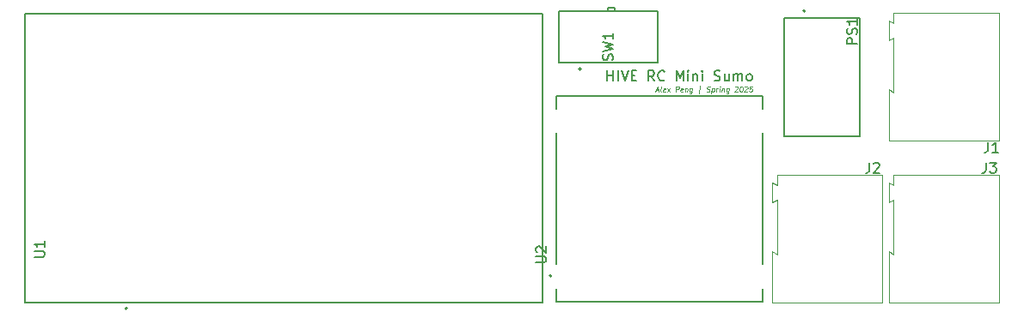
<source format=gbr>
%TF.GenerationSoftware,KiCad,Pcbnew,8.0.4*%
%TF.CreationDate,2025-01-30T16:24:52-05:00*%
%TF.ProjectId,plusle,706c7573-6c65-42e6-9b69-6361645f7063,rev?*%
%TF.SameCoordinates,Original*%
%TF.FileFunction,Legend,Top*%
%TF.FilePolarity,Positive*%
%FSLAX46Y46*%
G04 Gerber Fmt 4.6, Leading zero omitted, Abs format (unit mm)*
G04 Created by KiCad (PCBNEW 8.0.4) date 2025-01-30 16:24:52*
%MOMM*%
%LPD*%
G01*
G04 APERTURE LIST*
%ADD10C,0.100000*%
%ADD11C,0.200000*%
%ADD12C,0.150000*%
%ADD13C,0.127000*%
%ADD14C,0.120000*%
G04 APERTURE END LIST*
D10*
X125675908Y-44290752D02*
X125914003Y-44290752D01*
X125610431Y-44433609D02*
X125839598Y-43933609D01*
X125839598Y-43933609D02*
X125943765Y-44433609D01*
X126181860Y-44433609D02*
X126137217Y-44409800D01*
X126137217Y-44409800D02*
X126119360Y-44362180D01*
X126119360Y-44362180D02*
X126172931Y-43933609D01*
X126565788Y-44409800D02*
X126515193Y-44433609D01*
X126515193Y-44433609D02*
X126419955Y-44433609D01*
X126419955Y-44433609D02*
X126375312Y-44409800D01*
X126375312Y-44409800D02*
X126357455Y-44362180D01*
X126357455Y-44362180D02*
X126381265Y-44171704D01*
X126381265Y-44171704D02*
X126411026Y-44124085D01*
X126411026Y-44124085D02*
X126461622Y-44100276D01*
X126461622Y-44100276D02*
X126556860Y-44100276D01*
X126556860Y-44100276D02*
X126601503Y-44124085D01*
X126601503Y-44124085D02*
X126619360Y-44171704D01*
X126619360Y-44171704D02*
X126613407Y-44219323D01*
X126613407Y-44219323D02*
X126369360Y-44266942D01*
X126753288Y-44433609D02*
X127056859Y-44100276D01*
X126794955Y-44100276D02*
X127015193Y-44433609D01*
X127586621Y-44433609D02*
X127649121Y-43933609D01*
X127649121Y-43933609D02*
X127839597Y-43933609D01*
X127839597Y-43933609D02*
X127884240Y-43957419D01*
X127884240Y-43957419D02*
X127905073Y-43981228D01*
X127905073Y-43981228D02*
X127922930Y-44028847D01*
X127922930Y-44028847D02*
X127914002Y-44100276D01*
X127914002Y-44100276D02*
X127884240Y-44147895D01*
X127884240Y-44147895D02*
X127857454Y-44171704D01*
X127857454Y-44171704D02*
X127806859Y-44195514D01*
X127806859Y-44195514D02*
X127616383Y-44195514D01*
X128280073Y-44409800D02*
X128229478Y-44433609D01*
X128229478Y-44433609D02*
X128134240Y-44433609D01*
X128134240Y-44433609D02*
X128089597Y-44409800D01*
X128089597Y-44409800D02*
X128071740Y-44362180D01*
X128071740Y-44362180D02*
X128095550Y-44171704D01*
X128095550Y-44171704D02*
X128125311Y-44124085D01*
X128125311Y-44124085D02*
X128175907Y-44100276D01*
X128175907Y-44100276D02*
X128271145Y-44100276D01*
X128271145Y-44100276D02*
X128315788Y-44124085D01*
X128315788Y-44124085D02*
X128333645Y-44171704D01*
X128333645Y-44171704D02*
X128327692Y-44219323D01*
X128327692Y-44219323D02*
X128083645Y-44266942D01*
X128556859Y-44100276D02*
X128515192Y-44433609D01*
X128550906Y-44147895D02*
X128577692Y-44124085D01*
X128577692Y-44124085D02*
X128628287Y-44100276D01*
X128628287Y-44100276D02*
X128699716Y-44100276D01*
X128699716Y-44100276D02*
X128744359Y-44124085D01*
X128744359Y-44124085D02*
X128762216Y-44171704D01*
X128762216Y-44171704D02*
X128729478Y-44433609D01*
X129223525Y-44100276D02*
X129172930Y-44505038D01*
X129172930Y-44505038D02*
X129143168Y-44552657D01*
X129143168Y-44552657D02*
X129116382Y-44576466D01*
X129116382Y-44576466D02*
X129065787Y-44600276D01*
X129065787Y-44600276D02*
X128994359Y-44600276D01*
X128994359Y-44600276D02*
X128949716Y-44576466D01*
X129184835Y-44409800D02*
X129134240Y-44433609D01*
X129134240Y-44433609D02*
X129039002Y-44433609D01*
X129039002Y-44433609D02*
X128994359Y-44409800D01*
X128994359Y-44409800D02*
X128973525Y-44385990D01*
X128973525Y-44385990D02*
X128955668Y-44338371D01*
X128955668Y-44338371D02*
X128973525Y-44195514D01*
X128973525Y-44195514D02*
X129003287Y-44147895D01*
X129003287Y-44147895D02*
X129030073Y-44124085D01*
X129030073Y-44124085D02*
X129080668Y-44100276D01*
X129080668Y-44100276D02*
X129175906Y-44100276D01*
X129175906Y-44100276D02*
X129220549Y-44124085D01*
X129899120Y-44600276D02*
X129988406Y-43885990D01*
X130637215Y-44409800D02*
X130705667Y-44433609D01*
X130705667Y-44433609D02*
X130824715Y-44433609D01*
X130824715Y-44433609D02*
X130875310Y-44409800D01*
X130875310Y-44409800D02*
X130902096Y-44385990D01*
X130902096Y-44385990D02*
X130931857Y-44338371D01*
X130931857Y-44338371D02*
X130937810Y-44290752D01*
X130937810Y-44290752D02*
X130919953Y-44243133D01*
X130919953Y-44243133D02*
X130899119Y-44219323D01*
X130899119Y-44219323D02*
X130854477Y-44195514D01*
X130854477Y-44195514D02*
X130762215Y-44171704D01*
X130762215Y-44171704D02*
X130717572Y-44147895D01*
X130717572Y-44147895D02*
X130696738Y-44124085D01*
X130696738Y-44124085D02*
X130678881Y-44076466D01*
X130678881Y-44076466D02*
X130684834Y-44028847D01*
X130684834Y-44028847D02*
X130714596Y-43981228D01*
X130714596Y-43981228D02*
X130741381Y-43957419D01*
X130741381Y-43957419D02*
X130791977Y-43933609D01*
X130791977Y-43933609D02*
X130911024Y-43933609D01*
X130911024Y-43933609D02*
X130979477Y-43957419D01*
X131175905Y-44100276D02*
X131113405Y-44600276D01*
X131172928Y-44124085D02*
X131223524Y-44100276D01*
X131223524Y-44100276D02*
X131318762Y-44100276D01*
X131318762Y-44100276D02*
X131363405Y-44124085D01*
X131363405Y-44124085D02*
X131384238Y-44147895D01*
X131384238Y-44147895D02*
X131402095Y-44195514D01*
X131402095Y-44195514D02*
X131384238Y-44338371D01*
X131384238Y-44338371D02*
X131354476Y-44385990D01*
X131354476Y-44385990D02*
X131327690Y-44409800D01*
X131327690Y-44409800D02*
X131277095Y-44433609D01*
X131277095Y-44433609D02*
X131181857Y-44433609D01*
X131181857Y-44433609D02*
X131137214Y-44409800D01*
X131586619Y-44433609D02*
X131628286Y-44100276D01*
X131616381Y-44195514D02*
X131646143Y-44147895D01*
X131646143Y-44147895D02*
X131672928Y-44124085D01*
X131672928Y-44124085D02*
X131723524Y-44100276D01*
X131723524Y-44100276D02*
X131771143Y-44100276D01*
X131896143Y-44433609D02*
X131937810Y-44100276D01*
X131958643Y-43933609D02*
X131931857Y-43957419D01*
X131931857Y-43957419D02*
X131952691Y-43981228D01*
X131952691Y-43981228D02*
X131979476Y-43957419D01*
X131979476Y-43957419D02*
X131958643Y-43933609D01*
X131958643Y-43933609D02*
X131952691Y-43981228D01*
X132175905Y-44100276D02*
X132134238Y-44433609D01*
X132169952Y-44147895D02*
X132196738Y-44124085D01*
X132196738Y-44124085D02*
X132247333Y-44100276D01*
X132247333Y-44100276D02*
X132318762Y-44100276D01*
X132318762Y-44100276D02*
X132363405Y-44124085D01*
X132363405Y-44124085D02*
X132381262Y-44171704D01*
X132381262Y-44171704D02*
X132348524Y-44433609D01*
X132842571Y-44100276D02*
X132791976Y-44505038D01*
X132791976Y-44505038D02*
X132762214Y-44552657D01*
X132762214Y-44552657D02*
X132735428Y-44576466D01*
X132735428Y-44576466D02*
X132684833Y-44600276D01*
X132684833Y-44600276D02*
X132613405Y-44600276D01*
X132613405Y-44600276D02*
X132568762Y-44576466D01*
X132803881Y-44409800D02*
X132753286Y-44433609D01*
X132753286Y-44433609D02*
X132658048Y-44433609D01*
X132658048Y-44433609D02*
X132613405Y-44409800D01*
X132613405Y-44409800D02*
X132592571Y-44385990D01*
X132592571Y-44385990D02*
X132574714Y-44338371D01*
X132574714Y-44338371D02*
X132592571Y-44195514D01*
X132592571Y-44195514D02*
X132622333Y-44147895D01*
X132622333Y-44147895D02*
X132649119Y-44124085D01*
X132649119Y-44124085D02*
X132699714Y-44100276D01*
X132699714Y-44100276D02*
X132794952Y-44100276D01*
X132794952Y-44100276D02*
X132839595Y-44124085D01*
X133452690Y-43981228D02*
X133479476Y-43957419D01*
X133479476Y-43957419D02*
X133530071Y-43933609D01*
X133530071Y-43933609D02*
X133649119Y-43933609D01*
X133649119Y-43933609D02*
X133693761Y-43957419D01*
X133693761Y-43957419D02*
X133714595Y-43981228D01*
X133714595Y-43981228D02*
X133732452Y-44028847D01*
X133732452Y-44028847D02*
X133726500Y-44076466D01*
X133726500Y-44076466D02*
X133693761Y-44147895D01*
X133693761Y-44147895D02*
X133372333Y-44433609D01*
X133372333Y-44433609D02*
X133681857Y-44433609D01*
X134053880Y-43933609D02*
X134101499Y-43933609D01*
X134101499Y-43933609D02*
X134146142Y-43957419D01*
X134146142Y-43957419D02*
X134166975Y-43981228D01*
X134166975Y-43981228D02*
X134184832Y-44028847D01*
X134184832Y-44028847D02*
X134196737Y-44124085D01*
X134196737Y-44124085D02*
X134181856Y-44243133D01*
X134181856Y-44243133D02*
X134146142Y-44338371D01*
X134146142Y-44338371D02*
X134116380Y-44385990D01*
X134116380Y-44385990D02*
X134089594Y-44409800D01*
X134089594Y-44409800D02*
X134038999Y-44433609D01*
X134038999Y-44433609D02*
X133991380Y-44433609D01*
X133991380Y-44433609D02*
X133946737Y-44409800D01*
X133946737Y-44409800D02*
X133925904Y-44385990D01*
X133925904Y-44385990D02*
X133908047Y-44338371D01*
X133908047Y-44338371D02*
X133896142Y-44243133D01*
X133896142Y-44243133D02*
X133911023Y-44124085D01*
X133911023Y-44124085D02*
X133946737Y-44028847D01*
X133946737Y-44028847D02*
X133976499Y-43981228D01*
X133976499Y-43981228D02*
X134003285Y-43957419D01*
X134003285Y-43957419D02*
X134053880Y-43933609D01*
X134405070Y-43981228D02*
X134431856Y-43957419D01*
X134431856Y-43957419D02*
X134482451Y-43933609D01*
X134482451Y-43933609D02*
X134601499Y-43933609D01*
X134601499Y-43933609D02*
X134646141Y-43957419D01*
X134646141Y-43957419D02*
X134666975Y-43981228D01*
X134666975Y-43981228D02*
X134684832Y-44028847D01*
X134684832Y-44028847D02*
X134678880Y-44076466D01*
X134678880Y-44076466D02*
X134646141Y-44147895D01*
X134646141Y-44147895D02*
X134324713Y-44433609D01*
X134324713Y-44433609D02*
X134634237Y-44433609D01*
X135149117Y-43933609D02*
X134911022Y-43933609D01*
X134911022Y-43933609D02*
X134857451Y-44171704D01*
X134857451Y-44171704D02*
X134884236Y-44147895D01*
X134884236Y-44147895D02*
X134934831Y-44124085D01*
X134934831Y-44124085D02*
X135053879Y-44124085D01*
X135053879Y-44124085D02*
X135098522Y-44147895D01*
X135098522Y-44147895D02*
X135119355Y-44171704D01*
X135119355Y-44171704D02*
X135137212Y-44219323D01*
X135137212Y-44219323D02*
X135122331Y-44338371D01*
X135122331Y-44338371D02*
X135092570Y-44385990D01*
X135092570Y-44385990D02*
X135065784Y-44409800D01*
X135065784Y-44409800D02*
X135015189Y-44433609D01*
X135015189Y-44433609D02*
X134896141Y-44433609D01*
X134896141Y-44433609D02*
X134851498Y-44409800D01*
X134851498Y-44409800D02*
X134830665Y-44385990D01*
D11*
X120869673Y-43367219D02*
X120869673Y-42367219D01*
X120869673Y-42843409D02*
X121441101Y-42843409D01*
X121441101Y-43367219D02*
X121441101Y-42367219D01*
X121917292Y-43367219D02*
X121917292Y-42367219D01*
X122250625Y-42367219D02*
X122583958Y-43367219D01*
X122583958Y-43367219D02*
X122917291Y-42367219D01*
X123250625Y-42843409D02*
X123583958Y-42843409D01*
X123726815Y-43367219D02*
X123250625Y-43367219D01*
X123250625Y-43367219D02*
X123250625Y-42367219D01*
X123250625Y-42367219D02*
X123726815Y-42367219D01*
X125488720Y-43367219D02*
X125155387Y-42891028D01*
X124917292Y-43367219D02*
X124917292Y-42367219D01*
X124917292Y-42367219D02*
X125298244Y-42367219D01*
X125298244Y-42367219D02*
X125393482Y-42414838D01*
X125393482Y-42414838D02*
X125441101Y-42462457D01*
X125441101Y-42462457D02*
X125488720Y-42557695D01*
X125488720Y-42557695D02*
X125488720Y-42700552D01*
X125488720Y-42700552D02*
X125441101Y-42795790D01*
X125441101Y-42795790D02*
X125393482Y-42843409D01*
X125393482Y-42843409D02*
X125298244Y-42891028D01*
X125298244Y-42891028D02*
X124917292Y-42891028D01*
X126488720Y-43271980D02*
X126441101Y-43319600D01*
X126441101Y-43319600D02*
X126298244Y-43367219D01*
X126298244Y-43367219D02*
X126203006Y-43367219D01*
X126203006Y-43367219D02*
X126060149Y-43319600D01*
X126060149Y-43319600D02*
X125964911Y-43224361D01*
X125964911Y-43224361D02*
X125917292Y-43129123D01*
X125917292Y-43129123D02*
X125869673Y-42938647D01*
X125869673Y-42938647D02*
X125869673Y-42795790D01*
X125869673Y-42795790D02*
X125917292Y-42605314D01*
X125917292Y-42605314D02*
X125964911Y-42510076D01*
X125964911Y-42510076D02*
X126060149Y-42414838D01*
X126060149Y-42414838D02*
X126203006Y-42367219D01*
X126203006Y-42367219D02*
X126298244Y-42367219D01*
X126298244Y-42367219D02*
X126441101Y-42414838D01*
X126441101Y-42414838D02*
X126488720Y-42462457D01*
X127679197Y-43367219D02*
X127679197Y-42367219D01*
X127679197Y-42367219D02*
X128012530Y-43081504D01*
X128012530Y-43081504D02*
X128345863Y-42367219D01*
X128345863Y-42367219D02*
X128345863Y-43367219D01*
X128822054Y-43367219D02*
X128822054Y-42700552D01*
X128822054Y-42367219D02*
X128774435Y-42414838D01*
X128774435Y-42414838D02*
X128822054Y-42462457D01*
X128822054Y-42462457D02*
X128869673Y-42414838D01*
X128869673Y-42414838D02*
X128822054Y-42367219D01*
X128822054Y-42367219D02*
X128822054Y-42462457D01*
X129298244Y-42700552D02*
X129298244Y-43367219D01*
X129298244Y-42795790D02*
X129345863Y-42748171D01*
X129345863Y-42748171D02*
X129441101Y-42700552D01*
X129441101Y-42700552D02*
X129583958Y-42700552D01*
X129583958Y-42700552D02*
X129679196Y-42748171D01*
X129679196Y-42748171D02*
X129726815Y-42843409D01*
X129726815Y-42843409D02*
X129726815Y-43367219D01*
X130203006Y-43367219D02*
X130203006Y-42700552D01*
X130203006Y-42367219D02*
X130155387Y-42414838D01*
X130155387Y-42414838D02*
X130203006Y-42462457D01*
X130203006Y-42462457D02*
X130250625Y-42414838D01*
X130250625Y-42414838D02*
X130203006Y-42367219D01*
X130203006Y-42367219D02*
X130203006Y-42462457D01*
X131393482Y-43319600D02*
X131536339Y-43367219D01*
X131536339Y-43367219D02*
X131774434Y-43367219D01*
X131774434Y-43367219D02*
X131869672Y-43319600D01*
X131869672Y-43319600D02*
X131917291Y-43271980D01*
X131917291Y-43271980D02*
X131964910Y-43176742D01*
X131964910Y-43176742D02*
X131964910Y-43081504D01*
X131964910Y-43081504D02*
X131917291Y-42986266D01*
X131917291Y-42986266D02*
X131869672Y-42938647D01*
X131869672Y-42938647D02*
X131774434Y-42891028D01*
X131774434Y-42891028D02*
X131583958Y-42843409D01*
X131583958Y-42843409D02*
X131488720Y-42795790D01*
X131488720Y-42795790D02*
X131441101Y-42748171D01*
X131441101Y-42748171D02*
X131393482Y-42652933D01*
X131393482Y-42652933D02*
X131393482Y-42557695D01*
X131393482Y-42557695D02*
X131441101Y-42462457D01*
X131441101Y-42462457D02*
X131488720Y-42414838D01*
X131488720Y-42414838D02*
X131583958Y-42367219D01*
X131583958Y-42367219D02*
X131822053Y-42367219D01*
X131822053Y-42367219D02*
X131964910Y-42414838D01*
X132822053Y-42700552D02*
X132822053Y-43367219D01*
X132393482Y-42700552D02*
X132393482Y-43224361D01*
X132393482Y-43224361D02*
X132441101Y-43319600D01*
X132441101Y-43319600D02*
X132536339Y-43367219D01*
X132536339Y-43367219D02*
X132679196Y-43367219D01*
X132679196Y-43367219D02*
X132774434Y-43319600D01*
X132774434Y-43319600D02*
X132822053Y-43271980D01*
X133298244Y-43367219D02*
X133298244Y-42700552D01*
X133298244Y-42795790D02*
X133345863Y-42748171D01*
X133345863Y-42748171D02*
X133441101Y-42700552D01*
X133441101Y-42700552D02*
X133583958Y-42700552D01*
X133583958Y-42700552D02*
X133679196Y-42748171D01*
X133679196Y-42748171D02*
X133726815Y-42843409D01*
X133726815Y-42843409D02*
X133726815Y-43367219D01*
X133726815Y-42843409D02*
X133774434Y-42748171D01*
X133774434Y-42748171D02*
X133869672Y-42700552D01*
X133869672Y-42700552D02*
X134012529Y-42700552D01*
X134012529Y-42700552D02*
X134107768Y-42748171D01*
X134107768Y-42748171D02*
X134155387Y-42843409D01*
X134155387Y-42843409D02*
X134155387Y-43367219D01*
X134774434Y-43367219D02*
X134679196Y-43319600D01*
X134679196Y-43319600D02*
X134631577Y-43271980D01*
X134631577Y-43271980D02*
X134583958Y-43176742D01*
X134583958Y-43176742D02*
X134583958Y-42891028D01*
X134583958Y-42891028D02*
X134631577Y-42795790D01*
X134631577Y-42795790D02*
X134679196Y-42748171D01*
X134679196Y-42748171D02*
X134774434Y-42700552D01*
X134774434Y-42700552D02*
X134917291Y-42700552D01*
X134917291Y-42700552D02*
X135012529Y-42748171D01*
X135012529Y-42748171D02*
X135060148Y-42795790D01*
X135060148Y-42795790D02*
X135107767Y-42891028D01*
X135107767Y-42891028D02*
X135107767Y-43176742D01*
X135107767Y-43176742D02*
X135060148Y-43271980D01*
X135060148Y-43271980D02*
X135012529Y-43319600D01*
X135012529Y-43319600D02*
X134917291Y-43367219D01*
X134917291Y-43367219D02*
X134774434Y-43367219D01*
D12*
X64454819Y-60761904D02*
X65264342Y-60761904D01*
X65264342Y-60761904D02*
X65359580Y-60714285D01*
X65359580Y-60714285D02*
X65407200Y-60666666D01*
X65407200Y-60666666D02*
X65454819Y-60571428D01*
X65454819Y-60571428D02*
X65454819Y-60380952D01*
X65454819Y-60380952D02*
X65407200Y-60285714D01*
X65407200Y-60285714D02*
X65359580Y-60238095D01*
X65359580Y-60238095D02*
X65264342Y-60190476D01*
X65264342Y-60190476D02*
X64454819Y-60190476D01*
X65454819Y-59190476D02*
X65454819Y-59761904D01*
X65454819Y-59476190D02*
X64454819Y-59476190D01*
X64454819Y-59476190D02*
X64597676Y-59571428D01*
X64597676Y-59571428D02*
X64692914Y-59666666D01*
X64692914Y-59666666D02*
X64740533Y-59761904D01*
X113841619Y-61295104D02*
X114651142Y-61295104D01*
X114651142Y-61295104D02*
X114746380Y-61247485D01*
X114746380Y-61247485D02*
X114794000Y-61199866D01*
X114794000Y-61199866D02*
X114841619Y-61104628D01*
X114841619Y-61104628D02*
X114841619Y-60914152D01*
X114841619Y-60914152D02*
X114794000Y-60818914D01*
X114794000Y-60818914D02*
X114746380Y-60771295D01*
X114746380Y-60771295D02*
X114651142Y-60723676D01*
X114651142Y-60723676D02*
X113841619Y-60723676D01*
X113936857Y-60295104D02*
X113889238Y-60247485D01*
X113889238Y-60247485D02*
X113841619Y-60152247D01*
X113841619Y-60152247D02*
X113841619Y-59914152D01*
X113841619Y-59914152D02*
X113889238Y-59818914D01*
X113889238Y-59818914D02*
X113936857Y-59771295D01*
X113936857Y-59771295D02*
X114032095Y-59723676D01*
X114032095Y-59723676D02*
X114127333Y-59723676D01*
X114127333Y-59723676D02*
X114270190Y-59771295D01*
X114270190Y-59771295D02*
X114841619Y-60342723D01*
X114841619Y-60342723D02*
X114841619Y-59723676D01*
X145454819Y-39714285D02*
X144454819Y-39714285D01*
X144454819Y-39714285D02*
X144454819Y-39333333D01*
X144454819Y-39333333D02*
X144502438Y-39238095D01*
X144502438Y-39238095D02*
X144550057Y-39190476D01*
X144550057Y-39190476D02*
X144645295Y-39142857D01*
X144645295Y-39142857D02*
X144788152Y-39142857D01*
X144788152Y-39142857D02*
X144883390Y-39190476D01*
X144883390Y-39190476D02*
X144931009Y-39238095D01*
X144931009Y-39238095D02*
X144978628Y-39333333D01*
X144978628Y-39333333D02*
X144978628Y-39714285D01*
X145407200Y-38761904D02*
X145454819Y-38619047D01*
X145454819Y-38619047D02*
X145454819Y-38380952D01*
X145454819Y-38380952D02*
X145407200Y-38285714D01*
X145407200Y-38285714D02*
X145359580Y-38238095D01*
X145359580Y-38238095D02*
X145264342Y-38190476D01*
X145264342Y-38190476D02*
X145169104Y-38190476D01*
X145169104Y-38190476D02*
X145073866Y-38238095D01*
X145073866Y-38238095D02*
X145026247Y-38285714D01*
X145026247Y-38285714D02*
X144978628Y-38380952D01*
X144978628Y-38380952D02*
X144931009Y-38571428D01*
X144931009Y-38571428D02*
X144883390Y-38666666D01*
X144883390Y-38666666D02*
X144835771Y-38714285D01*
X144835771Y-38714285D02*
X144740533Y-38761904D01*
X144740533Y-38761904D02*
X144645295Y-38761904D01*
X144645295Y-38761904D02*
X144550057Y-38714285D01*
X144550057Y-38714285D02*
X144502438Y-38666666D01*
X144502438Y-38666666D02*
X144454819Y-38571428D01*
X144454819Y-38571428D02*
X144454819Y-38333333D01*
X144454819Y-38333333D02*
X144502438Y-38190476D01*
X145454819Y-37238095D02*
X145454819Y-37809523D01*
X145454819Y-37523809D02*
X144454819Y-37523809D01*
X144454819Y-37523809D02*
X144597676Y-37619047D01*
X144597676Y-37619047D02*
X144692914Y-37714285D01*
X144692914Y-37714285D02*
X144740533Y-37809523D01*
X121367200Y-41333332D02*
X121414819Y-41190475D01*
X121414819Y-41190475D02*
X121414819Y-40952380D01*
X121414819Y-40952380D02*
X121367200Y-40857142D01*
X121367200Y-40857142D02*
X121319580Y-40809523D01*
X121319580Y-40809523D02*
X121224342Y-40761904D01*
X121224342Y-40761904D02*
X121129104Y-40761904D01*
X121129104Y-40761904D02*
X121033866Y-40809523D01*
X121033866Y-40809523D02*
X120986247Y-40857142D01*
X120986247Y-40857142D02*
X120938628Y-40952380D01*
X120938628Y-40952380D02*
X120891009Y-41142856D01*
X120891009Y-41142856D02*
X120843390Y-41238094D01*
X120843390Y-41238094D02*
X120795771Y-41285713D01*
X120795771Y-41285713D02*
X120700533Y-41333332D01*
X120700533Y-41333332D02*
X120605295Y-41333332D01*
X120605295Y-41333332D02*
X120510057Y-41285713D01*
X120510057Y-41285713D02*
X120462438Y-41238094D01*
X120462438Y-41238094D02*
X120414819Y-41142856D01*
X120414819Y-41142856D02*
X120414819Y-40904761D01*
X120414819Y-40904761D02*
X120462438Y-40761904D01*
X120414819Y-40428570D02*
X121414819Y-40190475D01*
X121414819Y-40190475D02*
X120700533Y-39999999D01*
X120700533Y-39999999D02*
X121414819Y-39809523D01*
X121414819Y-39809523D02*
X120414819Y-39571428D01*
X121414819Y-38666666D02*
X121414819Y-39238094D01*
X121414819Y-38952380D02*
X120414819Y-38952380D01*
X120414819Y-38952380D02*
X120557676Y-39047618D01*
X120557676Y-39047618D02*
X120652914Y-39142856D01*
X120652914Y-39142856D02*
X120700533Y-39238094D01*
X158166666Y-51454819D02*
X158166666Y-52169104D01*
X158166666Y-52169104D02*
X158119047Y-52311961D01*
X158119047Y-52311961D02*
X158023809Y-52407200D01*
X158023809Y-52407200D02*
X157880952Y-52454819D01*
X157880952Y-52454819D02*
X157785714Y-52454819D01*
X158547619Y-51454819D02*
X159166666Y-51454819D01*
X159166666Y-51454819D02*
X158833333Y-51835771D01*
X158833333Y-51835771D02*
X158976190Y-51835771D01*
X158976190Y-51835771D02*
X159071428Y-51883390D01*
X159071428Y-51883390D02*
X159119047Y-51931009D01*
X159119047Y-51931009D02*
X159166666Y-52026247D01*
X159166666Y-52026247D02*
X159166666Y-52264342D01*
X159166666Y-52264342D02*
X159119047Y-52359580D01*
X159119047Y-52359580D02*
X159071428Y-52407200D01*
X159071428Y-52407200D02*
X158976190Y-52454819D01*
X158976190Y-52454819D02*
X158690476Y-52454819D01*
X158690476Y-52454819D02*
X158595238Y-52407200D01*
X158595238Y-52407200D02*
X158547619Y-52359580D01*
X146666666Y-51454819D02*
X146666666Y-52169104D01*
X146666666Y-52169104D02*
X146619047Y-52311961D01*
X146619047Y-52311961D02*
X146523809Y-52407200D01*
X146523809Y-52407200D02*
X146380952Y-52454819D01*
X146380952Y-52454819D02*
X146285714Y-52454819D01*
X147095238Y-51550057D02*
X147142857Y-51502438D01*
X147142857Y-51502438D02*
X147238095Y-51454819D01*
X147238095Y-51454819D02*
X147476190Y-51454819D01*
X147476190Y-51454819D02*
X147571428Y-51502438D01*
X147571428Y-51502438D02*
X147619047Y-51550057D01*
X147619047Y-51550057D02*
X147666666Y-51645295D01*
X147666666Y-51645295D02*
X147666666Y-51740533D01*
X147666666Y-51740533D02*
X147619047Y-51883390D01*
X147619047Y-51883390D02*
X147047619Y-52454819D01*
X147047619Y-52454819D02*
X147666666Y-52454819D01*
X158351666Y-49444819D02*
X158351666Y-50159104D01*
X158351666Y-50159104D02*
X158304047Y-50301961D01*
X158304047Y-50301961D02*
X158208809Y-50397200D01*
X158208809Y-50397200D02*
X158065952Y-50444819D01*
X158065952Y-50444819D02*
X157970714Y-50444819D01*
X159351666Y-50444819D02*
X158780238Y-50444819D01*
X159065952Y-50444819D02*
X159065952Y-49444819D01*
X159065952Y-49444819D02*
X158970714Y-49587676D01*
X158970714Y-49587676D02*
X158875476Y-49682914D01*
X158875476Y-49682914D02*
X158780238Y-49730533D01*
D11*
%TO.C,U1*%
X73585000Y-65850000D02*
G75*
G02*
X73385000Y-65850000I-100000J0D01*
G01*
X73385000Y-65850000D02*
G75*
G02*
X73585000Y-65850000I100000J0D01*
G01*
D13*
X114475000Y-36770000D02*
X114475000Y-65280000D01*
X63525000Y-36770000D02*
X114475000Y-36770000D01*
X63525000Y-36770000D02*
X114475000Y-36770000D01*
X114475000Y-42220000D02*
X114475000Y-36770000D01*
X63525000Y-47500000D02*
X63525000Y-36770000D01*
X63525000Y-54211000D02*
X63525000Y-47500000D01*
X114475000Y-59910000D02*
X114475000Y-42220000D01*
X114475000Y-65280000D02*
X114475000Y-59910000D01*
X114475000Y-65280000D02*
X63525000Y-65280000D01*
X114475000Y-65280000D02*
X63525000Y-65280000D01*
X63525000Y-65280000D02*
X63525000Y-36770000D01*
X63525000Y-65280000D02*
X63525000Y-54211000D01*
D11*
%TO.C,U2*%
X115371800Y-62620000D02*
G75*
G02*
X115171800Y-62620000I-100000J0D01*
G01*
X115171800Y-62620000D02*
G75*
G02*
X115371800Y-62620000I100000J0D01*
G01*
D13*
X136160000Y-44840000D02*
X115840000Y-44840000D01*
X136160000Y-46110000D02*
X136160000Y-44840000D01*
X115840000Y-46110000D02*
X115840000Y-44840000D01*
X136160000Y-61500000D02*
X136160000Y-48500000D01*
X115840000Y-61500000D02*
X115840000Y-48500000D01*
X136160000Y-63890000D02*
X136160000Y-65160000D01*
X115840000Y-63890000D02*
X115840000Y-65160000D01*
X115840000Y-65160000D02*
X136160000Y-65160000D01*
D11*
%TO.C,PS1*%
X140350000Y-36450000D02*
G75*
G02*
X140150000Y-36450000I-100000J0D01*
G01*
X140150000Y-36450000D02*
G75*
G02*
X140350000Y-36450000I100000J0D01*
G01*
D13*
X145750000Y-48850000D02*
X138250000Y-48850000D01*
X138250000Y-37150000D02*
X138250000Y-48850000D01*
X138250000Y-37150000D02*
X145750000Y-37150000D01*
X145750000Y-37150000D02*
X145750000Y-48850000D01*
%TO.C,SW1*%
X116060000Y-41540000D02*
X116060000Y-36460000D01*
X125860000Y-41540000D02*
X116060000Y-41540000D01*
X116060000Y-36460000D02*
X120960000Y-36460000D01*
X120960000Y-36460000D02*
X121560000Y-36460000D01*
X120960000Y-36460000D02*
X120960000Y-36160000D01*
X121560000Y-36460000D02*
X125860000Y-36460000D01*
X125860000Y-36460000D02*
X125860000Y-41540000D01*
X120960000Y-36160000D02*
X121560000Y-36160000D01*
X121560000Y-36160000D02*
X121560000Y-36460000D01*
D11*
X118260000Y-42200000D02*
G75*
G02*
X118060000Y-42200000I-100000J0D01*
G01*
X118060000Y-42200000D02*
G75*
G02*
X118260000Y-42200000I100000J0D01*
G01*
D14*
%TO.C,J3*%
X148565000Y-53400000D02*
X148565000Y-55300000D01*
X148565000Y-55300000D02*
X148565000Y-55350000D01*
X148565000Y-55350000D02*
X149065000Y-55100000D01*
X148565000Y-60200000D02*
X148565000Y-65300000D01*
X148565000Y-65300000D02*
X159415000Y-65300000D01*
X149065000Y-52700000D02*
X149065000Y-53650000D01*
X149065000Y-53650000D02*
X148565000Y-53400000D01*
X149065000Y-55100000D02*
X149065000Y-60500000D01*
X149065000Y-60500000D02*
X148565000Y-60200000D01*
X159415000Y-52700000D02*
X149065000Y-52700000D01*
X159415000Y-65300000D02*
X159415000Y-52700000D01*
%TO.C,J2*%
X137065000Y-53400000D02*
X137065000Y-55300000D01*
X137065000Y-55300000D02*
X137065000Y-55350000D01*
X137065000Y-55350000D02*
X137565000Y-55100000D01*
X137065000Y-60200000D02*
X137065000Y-65300000D01*
X137065000Y-65300000D02*
X147915000Y-65300000D01*
X137565000Y-52700000D02*
X137565000Y-53650000D01*
X137565000Y-53650000D02*
X137065000Y-53400000D01*
X137565000Y-55100000D02*
X137565000Y-60500000D01*
X137565000Y-60500000D02*
X137065000Y-60200000D01*
X147915000Y-52700000D02*
X137565000Y-52700000D01*
X147915000Y-65300000D02*
X147915000Y-52700000D01*
%TO.C,J1*%
X148565000Y-37400000D02*
X148565000Y-39300000D01*
X148565000Y-39300000D02*
X148565000Y-39350000D01*
X148565000Y-39350000D02*
X149065000Y-39100000D01*
X148565000Y-44200000D02*
X148565000Y-49300000D01*
X148565000Y-49300000D02*
X159415000Y-49300000D01*
X149065000Y-36700000D02*
X149065000Y-37650000D01*
X149065000Y-37650000D02*
X148565000Y-37400000D01*
X149065000Y-39100000D02*
X149065000Y-44500000D01*
X149065000Y-44500000D02*
X148565000Y-44200000D01*
X159415000Y-36700000D02*
X149065000Y-36700000D01*
X159415000Y-49300000D02*
X159415000Y-36700000D01*
%TD*%
M02*

</source>
